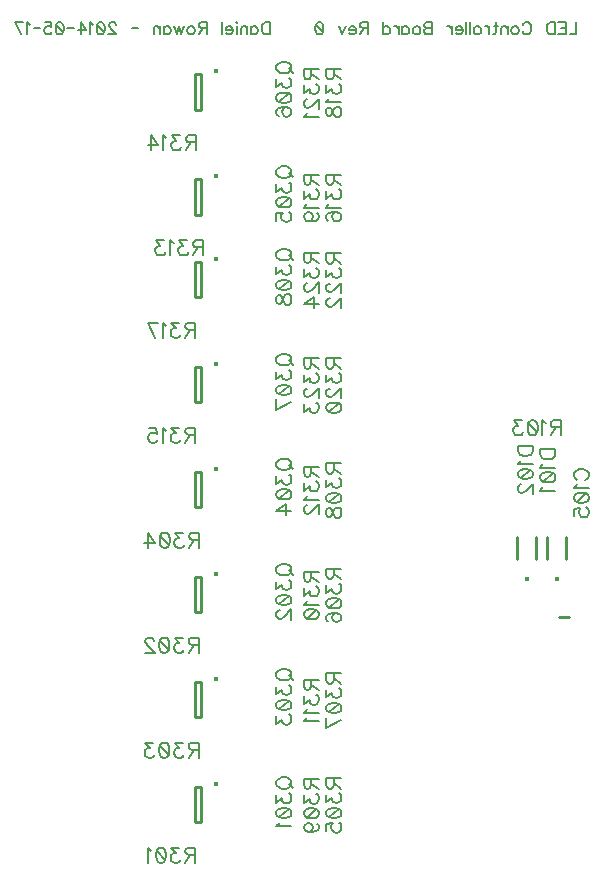
<source format=gbo>
G04 DipTrace 2.3.1.0*
%INBottomSilk.gbr*%
%MOIN*%
%ADD10C,0.0098*%
%ADD23C,0.0157*%
%ADD27C,0.0154*%
%ADD68C,0.0077*%
%ADD69C,0.0062*%
%FSLAX44Y44*%
G04*
G70*
G90*
G75*
G01*
%LNBotSilk*%
%LPD*%
X22847Y13564D2*
D10*
X22533D1*
X22755Y15505D2*
Y16214D1*
X22125Y15505D2*
Y16214D1*
D23*
X22440Y14816D3*
X21755Y15505D2*
D10*
Y16214D1*
X21125Y15505D2*
Y16214D1*
D23*
X21440Y14816D3*
D27*
X11087Y7998D3*
X10586Y7906D2*
D10*
Y6725D1*
X10389D1*
Y7906D1*
X10586D1*
D27*
X11087Y14998D3*
X10586Y14906D2*
D10*
Y13725D1*
X10389D1*
Y14906D1*
X10586D1*
D27*
X11087Y11498D3*
X10586Y11406D2*
D10*
Y10225D1*
X10389D1*
Y11406D1*
X10586D1*
D27*
X11087Y18498D3*
X10586Y18406D2*
D10*
Y17225D1*
X10389D1*
Y18406D1*
X10586D1*
D27*
X11087Y28248D3*
X10586Y28156D2*
D10*
Y26975D1*
X10389D1*
Y28156D1*
X10586D1*
D27*
X11087Y31748D3*
X10586Y31656D2*
D10*
Y30475D1*
X10389D1*
Y31656D1*
X10586D1*
D27*
X11087Y21998D3*
X10586Y21906D2*
D10*
Y20725D1*
X10389D1*
Y21906D1*
X10586D1*
D27*
X11087Y25498D3*
X10586Y25406D2*
D10*
Y24225D1*
X10389D1*
Y25406D1*
X10586D1*
X23130Y18131D2*
D68*
X23083Y18155D1*
X23035Y18203D1*
X23011Y18250D1*
Y18346D1*
X23035Y18394D1*
X23083Y18442D1*
X23130Y18466D1*
X23202Y18490D1*
X23322D1*
X23393Y18466D1*
X23441Y18442D1*
X23489Y18394D1*
X23513Y18346D1*
Y18250D1*
X23489Y18203D1*
X23441Y18155D1*
X23393Y18131D1*
X23107Y17977D2*
X23083Y17929D1*
X23011Y17857D1*
X23513D1*
X23011Y17559D2*
X23035Y17630D1*
X23107Y17678D1*
X23226Y17702D1*
X23298D1*
X23418Y17678D1*
X23490Y17630D1*
X23513Y17559D1*
Y17511D1*
X23490Y17439D1*
X23418Y17392D1*
X23298Y17367D1*
X23226D1*
X23107Y17392D1*
X23035Y17439D1*
X23011Y17511D1*
Y17559D1*
X23107Y17392D2*
X23418Y17678D1*
X23011Y16926D2*
Y17165D1*
X23226Y17189D1*
X23203Y17165D1*
X23178Y17093D1*
Y17022D1*
X23203Y16950D1*
X23250Y16902D1*
X23322Y16878D1*
X23370D1*
X23441Y16902D1*
X23490Y16950D1*
X23513Y17022D1*
Y17093D1*
X23490Y17165D1*
X23465Y17189D1*
X23418Y17213D1*
X21893Y19148D2*
X22395D1*
Y18981D1*
X22371Y18909D1*
X22323Y18861D1*
X22275Y18837D1*
X22204Y18813D1*
X22084D1*
X22012Y18837D1*
X21965Y18861D1*
X21917Y18909D1*
X21893Y18981D1*
Y19148D1*
X21989Y18659D2*
X21965Y18611D1*
X21893Y18539D1*
X22395D1*
X21893Y18241D2*
X21917Y18313D1*
X21989Y18361D1*
X22108Y18384D1*
X22180D1*
X22300Y18361D1*
X22371Y18313D1*
X22395Y18241D1*
Y18193D1*
X22371Y18121D1*
X22300Y18074D1*
X22180Y18050D1*
X22108D1*
X21989Y18074D1*
X21917Y18121D1*
X21893Y18193D1*
Y18241D1*
X21989Y18074D2*
X22300Y18361D1*
X21989Y17895D2*
X21965Y17847D1*
X21893Y17775D1*
X22395D1*
X21143Y19256D2*
X21645D1*
Y19088D1*
X21621Y19016D1*
X21573Y18968D1*
X21525Y18944D1*
X21454Y18921D1*
X21334D1*
X21262Y18944D1*
X21215Y18968D1*
X21167Y19016D1*
X21143Y19088D1*
Y19256D1*
X21239Y18766D2*
X21215Y18718D1*
X21143Y18646D1*
X21645D1*
X21143Y18348D2*
X21167Y18420D1*
X21239Y18468D1*
X21358Y18492D1*
X21430D1*
X21550Y18468D1*
X21621Y18420D1*
X21645Y18348D1*
Y18301D1*
X21621Y18229D1*
X21550Y18181D1*
X21430Y18157D1*
X21358D1*
X21239Y18181D1*
X21167Y18229D1*
X21143Y18301D1*
Y18348D1*
X21239Y18181D2*
X21550Y18468D1*
X21263Y17978D2*
X21239D1*
X21191Y17955D1*
X21167Y17931D1*
X21143Y17883D1*
Y17787D1*
X21167Y17740D1*
X21191Y17716D1*
X21239Y17691D1*
X21287D1*
X21335Y17716D1*
X21406Y17763D1*
X21645Y18003D1*
Y17668D1*
X13096Y8075D2*
X13119Y8122D1*
X13167Y8170D1*
X13215Y8194D1*
X13287Y8218D1*
X13406D1*
X13478Y8194D1*
X13526Y8170D1*
X13574Y8122D1*
X13597Y8075D1*
Y7979D1*
X13574Y7931D1*
X13526Y7884D1*
X13478Y7860D1*
X13406Y7835D1*
X13287D1*
X13215Y7860D1*
X13167Y7884D1*
X13119Y7931D1*
X13096Y7979D1*
Y8075D1*
X13502Y8003D2*
X13645Y7860D1*
X13096Y7633D2*
Y7370D1*
X13287Y7514D1*
Y7442D1*
X13311Y7394D1*
X13335Y7370D1*
X13407Y7346D1*
X13454D1*
X13526Y7370D1*
X13574Y7418D1*
X13598Y7490D1*
Y7562D1*
X13574Y7633D1*
X13550Y7657D1*
X13502Y7681D1*
X13096Y7048D2*
X13120Y7120D1*
X13192Y7168D1*
X13311Y7192D1*
X13383D1*
X13502Y7168D1*
X13574Y7120D1*
X13598Y7048D1*
Y7001D1*
X13574Y6929D1*
X13502Y6881D1*
X13383Y6857D1*
X13311D1*
X13192Y6881D1*
X13120Y6929D1*
X13096Y7001D1*
Y7048D1*
X13192Y6881D2*
X13502Y7168D1*
X13192Y6702D2*
X13167Y6654D1*
X13096Y6582D1*
X13598D1*
X13096Y15182D2*
X13119Y15230D1*
X13167Y15278D1*
X13215Y15302D1*
X13287Y15326D1*
X13406D1*
X13478Y15302D1*
X13526Y15278D1*
X13574Y15230D1*
X13597Y15182D1*
Y15087D1*
X13574Y15039D1*
X13526Y14991D1*
X13478Y14967D1*
X13406Y14943D1*
X13287D1*
X13215Y14967D1*
X13167Y14991D1*
X13119Y15039D1*
X13096Y15087D1*
Y15182D1*
X13502Y15110D2*
X13645Y14967D1*
X13096Y14740D2*
Y14478D1*
X13287Y14621D1*
Y14549D1*
X13311Y14502D1*
X13335Y14478D1*
X13407Y14454D1*
X13454D1*
X13526Y14478D1*
X13574Y14525D1*
X13598Y14597D1*
Y14669D1*
X13574Y14740D1*
X13550Y14764D1*
X13502Y14789D1*
X13096Y14156D2*
X13120Y14227D1*
X13192Y14275D1*
X13311Y14299D1*
X13383D1*
X13502Y14275D1*
X13574Y14227D1*
X13598Y14156D1*
Y14108D1*
X13574Y14036D1*
X13502Y13989D1*
X13383Y13964D1*
X13311D1*
X13192Y13989D1*
X13120Y14036D1*
X13096Y14108D1*
Y14156D1*
X13192Y13989D2*
X13502Y14275D1*
X13215Y13786D2*
X13192D1*
X13144Y13762D1*
X13120Y13738D1*
X13096Y13690D1*
Y13594D1*
X13120Y13547D1*
X13144Y13523D1*
X13192Y13499D1*
X13239D1*
X13287Y13523D1*
X13359Y13571D1*
X13598Y13810D1*
Y13475D1*
X13096Y11682D2*
X13119Y11730D1*
X13167Y11778D1*
X13215Y11802D1*
X13287Y11826D1*
X13406D1*
X13478Y11802D1*
X13526Y11778D1*
X13574Y11730D1*
X13597Y11682D1*
Y11587D1*
X13574Y11539D1*
X13526Y11491D1*
X13478Y11467D1*
X13406Y11443D1*
X13287D1*
X13215Y11467D1*
X13167Y11491D1*
X13119Y11539D1*
X13096Y11587D1*
Y11682D1*
X13502Y11610D2*
X13645Y11467D1*
X13096Y11240D2*
Y10978D1*
X13287Y11121D1*
Y11049D1*
X13311Y11002D1*
X13335Y10978D1*
X13407Y10954D1*
X13454D1*
X13526Y10978D1*
X13574Y11025D1*
X13598Y11097D1*
Y11169D1*
X13574Y11240D1*
X13550Y11264D1*
X13502Y11289D1*
X13096Y10656D2*
X13120Y10727D1*
X13192Y10775D1*
X13311Y10799D1*
X13383D1*
X13502Y10775D1*
X13574Y10727D1*
X13598Y10656D1*
Y10608D1*
X13574Y10536D1*
X13502Y10489D1*
X13383Y10464D1*
X13311D1*
X13192Y10489D1*
X13120Y10536D1*
X13096Y10608D1*
Y10656D1*
X13192Y10489D2*
X13502Y10775D1*
X13096Y10262D2*
Y9999D1*
X13287Y10142D1*
Y10071D1*
X13311Y10023D1*
X13335Y9999D1*
X13407Y9975D1*
X13454D1*
X13526Y9999D1*
X13574Y10047D1*
X13598Y10119D1*
Y10191D1*
X13574Y10262D1*
X13550Y10286D1*
X13502Y10310D1*
X13096Y18694D2*
X13119Y18742D1*
X13167Y18790D1*
X13215Y18814D1*
X13287Y18838D1*
X13406D1*
X13478Y18814D1*
X13526Y18790D1*
X13574Y18742D1*
X13597Y18694D1*
Y18599D1*
X13574Y18550D1*
X13526Y18503D1*
X13478Y18479D1*
X13406Y18455D1*
X13287D1*
X13215Y18479D1*
X13167Y18503D1*
X13119Y18550D1*
X13096Y18599D1*
Y18694D1*
X13502Y18622D2*
X13645Y18479D1*
X13096Y18252D2*
Y17990D1*
X13287Y18133D1*
Y18061D1*
X13311Y18014D1*
X13335Y17990D1*
X13407Y17966D1*
X13454D1*
X13526Y17990D1*
X13574Y18037D1*
X13598Y18109D1*
Y18181D1*
X13574Y18252D1*
X13550Y18276D1*
X13502Y18300D1*
X13096Y17667D2*
X13120Y17739D1*
X13192Y17787D1*
X13311Y17811D1*
X13383D1*
X13502Y17787D1*
X13574Y17739D1*
X13598Y17667D1*
Y17620D1*
X13574Y17548D1*
X13502Y17501D1*
X13383Y17476D1*
X13311D1*
X13192Y17501D1*
X13120Y17548D1*
X13096Y17620D1*
Y17667D1*
X13192Y17501D2*
X13502Y17787D1*
X13598Y17082D2*
X13096D1*
X13430Y17322D1*
Y16963D1*
X13096Y28432D2*
X13119Y28480D1*
X13167Y28528D1*
X13215Y28552D1*
X13287Y28576D1*
X13406D1*
X13478Y28552D1*
X13526Y28528D1*
X13574Y28480D1*
X13597Y28432D1*
Y28337D1*
X13574Y28289D1*
X13526Y28241D1*
X13478Y28217D1*
X13406Y28193D1*
X13287D1*
X13215Y28217D1*
X13167Y28241D1*
X13119Y28289D1*
X13096Y28337D1*
Y28432D1*
X13502Y28360D2*
X13645Y28217D1*
X13096Y27990D2*
Y27728D1*
X13287Y27871D1*
Y27799D1*
X13311Y27752D1*
X13335Y27728D1*
X13407Y27704D1*
X13454D1*
X13526Y27728D1*
X13574Y27775D1*
X13598Y27847D1*
Y27919D1*
X13574Y27990D1*
X13550Y28014D1*
X13502Y28039D1*
X13096Y27406D2*
X13120Y27477D1*
X13192Y27525D1*
X13311Y27549D1*
X13383D1*
X13502Y27525D1*
X13574Y27477D1*
X13598Y27406D1*
Y27358D1*
X13574Y27286D1*
X13502Y27239D1*
X13383Y27214D1*
X13311D1*
X13192Y27239D1*
X13120Y27286D1*
X13096Y27358D1*
Y27406D1*
X13192Y27239D2*
X13502Y27525D1*
X13096Y26773D2*
Y27012D1*
X13311Y27036D1*
X13287Y27012D1*
X13263Y26940D1*
Y26869D1*
X13287Y26797D1*
X13335Y26749D1*
X13407Y26725D1*
X13454D1*
X13526Y26749D1*
X13574Y26797D1*
X13598Y26869D1*
Y26940D1*
X13574Y27012D1*
X13550Y27036D1*
X13502Y27060D1*
X13096Y31920D2*
X13119Y31968D1*
X13167Y32016D1*
X13215Y32039D1*
X13287Y32064D1*
X13406D1*
X13478Y32039D1*
X13526Y32016D1*
X13574Y31968D1*
X13597Y31920D1*
Y31824D1*
X13574Y31776D1*
X13526Y31729D1*
X13478Y31705D1*
X13406Y31681D1*
X13287D1*
X13215Y31705D1*
X13167Y31729D1*
X13119Y31776D1*
X13096Y31824D1*
Y31920D1*
X13502Y31848D2*
X13645Y31705D1*
X13096Y31478D2*
Y31216D1*
X13287Y31359D1*
Y31287D1*
X13311Y31240D1*
X13335Y31216D1*
X13407Y31191D1*
X13454D1*
X13526Y31216D1*
X13574Y31263D1*
X13598Y31335D1*
Y31407D1*
X13574Y31478D1*
X13550Y31502D1*
X13502Y31526D1*
X13096Y30893D2*
X13120Y30965D1*
X13192Y31013D1*
X13311Y31037D1*
X13383D1*
X13502Y31013D1*
X13574Y30965D1*
X13598Y30893D1*
Y30846D1*
X13574Y30774D1*
X13502Y30726D1*
X13383Y30702D1*
X13311D1*
X13192Y30726D1*
X13120Y30774D1*
X13096Y30846D1*
Y30893D1*
X13192Y30726D2*
X13502Y31013D1*
X13167Y30261D2*
X13120Y30285D1*
X13096Y30357D1*
Y30404D1*
X13120Y30476D1*
X13192Y30524D1*
X13311Y30548D1*
X13430D1*
X13526Y30524D1*
X13574Y30476D1*
X13598Y30404D1*
Y30380D1*
X13574Y30309D1*
X13526Y30261D1*
X13454Y30237D1*
X13430D1*
X13359Y30261D1*
X13311Y30309D1*
X13287Y30380D1*
Y30404D1*
X13311Y30476D1*
X13359Y30524D1*
X13430Y30548D1*
X13096Y22182D2*
X13119Y22230D1*
X13167Y22278D1*
X13215Y22302D1*
X13287Y22326D1*
X13406D1*
X13478Y22302D1*
X13526Y22278D1*
X13574Y22230D1*
X13597Y22182D1*
Y22087D1*
X13574Y22039D1*
X13526Y21991D1*
X13478Y21967D1*
X13406Y21943D1*
X13287D1*
X13215Y21967D1*
X13167Y21991D1*
X13119Y22039D1*
X13096Y22087D1*
Y22182D1*
X13502Y22110D2*
X13645Y21967D1*
X13096Y21740D2*
Y21478D1*
X13287Y21621D1*
Y21549D1*
X13311Y21502D1*
X13335Y21478D1*
X13407Y21454D1*
X13454D1*
X13526Y21478D1*
X13574Y21525D1*
X13598Y21597D1*
Y21669D1*
X13574Y21740D1*
X13550Y21764D1*
X13502Y21789D1*
X13096Y21156D2*
X13120Y21227D1*
X13192Y21275D1*
X13311Y21299D1*
X13383D1*
X13502Y21275D1*
X13574Y21227D1*
X13598Y21156D1*
Y21108D1*
X13574Y21036D1*
X13502Y20989D1*
X13383Y20964D1*
X13311D1*
X13192Y20989D1*
X13120Y21036D1*
X13096Y21108D1*
Y21156D1*
X13192Y20989D2*
X13502Y21275D1*
X13598Y20714D2*
X13096Y20475D1*
Y20810D1*
Y25682D2*
X13119Y25730D1*
X13167Y25778D1*
X13215Y25801D1*
X13287Y25826D1*
X13406D1*
X13478Y25801D1*
X13526Y25778D1*
X13574Y25730D1*
X13597Y25682D1*
Y25586D1*
X13574Y25538D1*
X13526Y25491D1*
X13478Y25467D1*
X13406Y25443D1*
X13287D1*
X13215Y25467D1*
X13167Y25491D1*
X13119Y25538D1*
X13096Y25586D1*
Y25682D1*
X13502Y25610D2*
X13645Y25467D1*
X13096Y25240D2*
Y24978D1*
X13287Y25121D1*
Y25049D1*
X13311Y25001D1*
X13335Y24978D1*
X13407Y24953D1*
X13454D1*
X13526Y24978D1*
X13574Y25025D1*
X13598Y25097D1*
Y25169D1*
X13574Y25240D1*
X13550Y25264D1*
X13502Y25288D1*
X13096Y24655D2*
X13120Y24727D1*
X13192Y24775D1*
X13311Y24799D1*
X13383D1*
X13502Y24775D1*
X13574Y24727D1*
X13598Y24655D1*
Y24608D1*
X13574Y24536D1*
X13502Y24488D1*
X13383Y24464D1*
X13311D1*
X13192Y24488D1*
X13120Y24536D1*
X13096Y24608D1*
Y24655D1*
X13192Y24488D2*
X13502Y24775D1*
X13096Y24190D2*
X13120Y24262D1*
X13167Y24286D1*
X13215D1*
X13263Y24262D1*
X13287Y24214D1*
X13311Y24118D1*
X13335Y24047D1*
X13383Y23999D1*
X13430Y23975D1*
X13502D1*
X13550Y23999D1*
X13574Y24023D1*
X13598Y24095D1*
Y24190D1*
X13574Y24262D1*
X13550Y24286D1*
X13502Y24310D1*
X13430D1*
X13383Y24286D1*
X13335Y24238D1*
X13311Y24166D1*
X13287Y24071D1*
X13263Y24023D1*
X13215Y23999D1*
X13167D1*
X13120Y24023D1*
X13096Y24095D1*
Y24190D1*
X22569Y19880D2*
X22354D1*
X22282Y19904D1*
X22257Y19928D1*
X22234Y19975D1*
Y20023D1*
X22257Y20071D1*
X22282Y20095D1*
X22354Y20119D1*
X22569D1*
Y19617D1*
X22401Y19880D2*
X22234Y19617D1*
X22079Y20023D2*
X22031Y20047D1*
X21959Y20119D1*
Y19617D1*
X21661Y20119D2*
X21733Y20095D1*
X21781Y20023D1*
X21805Y19904D1*
Y19832D1*
X21781Y19712D1*
X21733Y19640D1*
X21661Y19617D1*
X21614D1*
X21542Y19640D1*
X21494Y19712D1*
X21470Y19832D1*
Y19904D1*
X21494Y20023D1*
X21542Y20095D1*
X21614Y20119D1*
X21661D1*
X21494Y20023D2*
X21781Y19712D1*
X21268Y20119D2*
X21005D1*
X21148Y19927D1*
X21076D1*
X21029Y19904D1*
X21005Y19880D1*
X20981Y19808D1*
Y19760D1*
X21005Y19689D1*
X21053Y19640D1*
X21124Y19617D1*
X21196D1*
X21268Y19640D1*
X21291Y19665D1*
X21316Y19712D1*
X10399Y5630D2*
X10184D1*
X10112Y5654D1*
X10088Y5678D1*
X10064Y5725D1*
Y5773D1*
X10088Y5821D1*
X10112Y5845D1*
X10184Y5869D1*
X10399D1*
Y5367D1*
X10232Y5630D2*
X10064Y5367D1*
X9862Y5869D2*
X9599D1*
X9743Y5677D1*
X9671D1*
X9623Y5654D1*
X9599Y5630D1*
X9575Y5558D1*
Y5510D1*
X9599Y5439D1*
X9647Y5390D1*
X9719Y5367D1*
X9791D1*
X9862Y5390D1*
X9886Y5415D1*
X9910Y5462D1*
X9277Y5869D2*
X9349Y5845D1*
X9397Y5773D1*
X9421Y5654D1*
Y5582D1*
X9397Y5462D1*
X9349Y5390D1*
X9277Y5367D1*
X9229D1*
X9158Y5390D1*
X9110Y5462D1*
X9086Y5582D1*
Y5654D1*
X9110Y5773D1*
X9158Y5845D1*
X9229Y5869D1*
X9277D1*
X9110Y5773D2*
X9397Y5462D1*
X8931Y5773D2*
X8883Y5797D1*
X8811Y5869D1*
Y5367D1*
X10507Y12630D2*
X10292D1*
X10220Y12654D1*
X10196Y12678D1*
X10172Y12725D1*
Y12773D1*
X10196Y12821D1*
X10220Y12845D1*
X10292Y12869D1*
X10507D1*
Y12367D1*
X10339Y12630D2*
X10172Y12367D1*
X9969Y12869D2*
X9707D1*
X9850Y12677D1*
X9778D1*
X9731Y12654D1*
X9707Y12630D1*
X9683Y12558D1*
Y12510D1*
X9707Y12439D1*
X9754Y12390D1*
X9826Y12367D1*
X9898D1*
X9969Y12390D1*
X9993Y12415D1*
X10017Y12462D1*
X9384Y12869D2*
X9456Y12845D1*
X9504Y12773D1*
X9528Y12654D1*
Y12582D1*
X9504Y12462D1*
X9456Y12390D1*
X9384Y12367D1*
X9337D1*
X9265Y12390D1*
X9218Y12462D1*
X9193Y12582D1*
Y12654D1*
X9218Y12773D1*
X9265Y12845D1*
X9337Y12869D1*
X9384D1*
X9218Y12773D2*
X9504Y12462D1*
X9015Y12749D2*
Y12773D1*
X8991Y12821D1*
X8967Y12845D1*
X8919Y12869D1*
X8823D1*
X8776Y12845D1*
X8752Y12821D1*
X8728Y12773D1*
Y12725D1*
X8752Y12677D1*
X8800Y12606D1*
X9039Y12367D1*
X8704D1*
X10507Y9130D2*
X10292D1*
X10220Y9154D1*
X10196Y9178D1*
X10172Y9225D1*
Y9273D1*
X10196Y9321D1*
X10220Y9345D1*
X10292Y9369D1*
X10507D1*
Y8867D1*
X10339Y9130D2*
X10172Y8867D1*
X9969Y9369D2*
X9707D1*
X9850Y9177D1*
X9778D1*
X9731Y9154D1*
X9707Y9130D1*
X9683Y9058D1*
Y9010D1*
X9707Y8939D1*
X9754Y8890D1*
X9826Y8867D1*
X9898D1*
X9969Y8890D1*
X9993Y8915D1*
X10017Y8962D1*
X9384Y9369D2*
X9456Y9345D1*
X9504Y9273D1*
X9528Y9154D1*
Y9082D1*
X9504Y8962D1*
X9456Y8890D1*
X9384Y8867D1*
X9337D1*
X9265Y8890D1*
X9218Y8962D1*
X9193Y9082D1*
Y9154D1*
X9218Y9273D1*
X9265Y9345D1*
X9337Y9369D1*
X9384D1*
X9218Y9273D2*
X9504Y8962D1*
X8991Y9369D2*
X8728D1*
X8871Y9177D1*
X8800D1*
X8752Y9154D1*
X8728Y9130D1*
X8704Y9058D1*
Y9010D1*
X8728Y8939D1*
X8776Y8890D1*
X8848Y8867D1*
X8919D1*
X8991Y8890D1*
X9015Y8915D1*
X9039Y8962D1*
X10519Y16130D2*
X10304D1*
X10232Y16154D1*
X10208Y16178D1*
X10184Y16225D1*
Y16273D1*
X10208Y16321D1*
X10232Y16345D1*
X10304Y16369D1*
X10519D1*
Y15867D1*
X10351Y16130D2*
X10184Y15867D1*
X9981Y16369D2*
X9719D1*
X9862Y16177D1*
X9790D1*
X9743Y16154D1*
X9719Y16130D1*
X9694Y16058D1*
Y16010D1*
X9719Y15939D1*
X9766Y15890D1*
X9838Y15867D1*
X9910D1*
X9981Y15890D1*
X10005Y15915D1*
X10029Y15962D1*
X9396Y16369D2*
X9468Y16345D1*
X9516Y16273D1*
X9540Y16154D1*
Y16082D1*
X9516Y15962D1*
X9468Y15890D1*
X9396Y15867D1*
X9349D1*
X9277Y15890D1*
X9229Y15962D1*
X9205Y16082D1*
Y16154D1*
X9229Y16273D1*
X9277Y16345D1*
X9349Y16369D1*
X9396D1*
X9229Y16273D2*
X9516Y15962D1*
X8811Y15867D2*
Y16369D1*
X9051Y16034D1*
X8692D1*
X15000Y8176D2*
Y7961D1*
X14976Y7889D1*
X14952Y7865D1*
X14905Y7841D1*
X14857D1*
X14809Y7865D1*
X14785Y7889D1*
X14761Y7961D1*
Y8176D1*
X15263D1*
X15000Y8009D2*
X15263Y7841D1*
X14761Y7639D2*
Y7376D1*
X14953Y7519D1*
Y7447D1*
X14976Y7400D1*
X15000Y7376D1*
X15072Y7352D1*
X15120D1*
X15191Y7376D1*
X15240Y7424D1*
X15263Y7496D1*
Y7567D1*
X15240Y7639D1*
X15215Y7662D1*
X15168Y7687D1*
X14761Y7054D2*
X14785Y7126D1*
X14857Y7174D1*
X14976Y7197D1*
X15048D1*
X15168Y7174D1*
X15240Y7126D1*
X15263Y7054D1*
Y7006D1*
X15240Y6934D1*
X15168Y6887D1*
X15048Y6863D1*
X14976D1*
X14857Y6887D1*
X14785Y6934D1*
X14761Y7006D1*
Y7054D1*
X14857Y6887D2*
X15168Y7174D1*
X14761Y6421D2*
Y6660D1*
X14976Y6684D1*
X14953Y6660D1*
X14928Y6588D1*
Y6517D1*
X14953Y6445D1*
X15000Y6397D1*
X15072Y6373D1*
X15120D1*
X15191Y6397D1*
X15240Y6445D1*
X15263Y6517D1*
Y6588D1*
X15240Y6660D1*
X15215Y6684D1*
X15168Y6708D1*
X15000Y15164D2*
Y14949D1*
X14976Y14877D1*
X14952Y14853D1*
X14905Y14829D1*
X14857D1*
X14809Y14853D1*
X14785Y14877D1*
X14761Y14949D1*
Y15164D1*
X15263D1*
X15000Y14996D2*
X15263Y14829D1*
X14761Y14627D2*
Y14364D1*
X14953Y14507D1*
Y14435D1*
X14976Y14388D1*
X15000Y14364D1*
X15072Y14340D1*
X15120D1*
X15191Y14364D1*
X15240Y14412D1*
X15263Y14483D1*
Y14555D1*
X15240Y14627D1*
X15215Y14650D1*
X15168Y14675D1*
X14761Y14042D2*
X14785Y14113D1*
X14857Y14162D1*
X14976Y14185D1*
X15048D1*
X15168Y14162D1*
X15240Y14113D1*
X15263Y14042D1*
Y13994D1*
X15240Y13922D1*
X15168Y13875D1*
X15048Y13850D1*
X14976D1*
X14857Y13875D1*
X14785Y13922D1*
X14761Y13994D1*
Y14042D1*
X14857Y13875D2*
X15168Y14162D1*
X14833Y13409D2*
X14785Y13433D1*
X14761Y13505D1*
Y13552D1*
X14785Y13624D1*
X14857Y13672D1*
X14976Y13696D1*
X15096D1*
X15191Y13672D1*
X15240Y13624D1*
X15263Y13552D1*
Y13528D1*
X15240Y13457D1*
X15191Y13409D1*
X15120Y13385D1*
X15096D1*
X15024Y13409D1*
X14976Y13457D1*
X14953Y13528D1*
Y13552D1*
X14976Y13624D1*
X15024Y13672D1*
X15096Y13696D1*
X15000Y11676D2*
Y11461D1*
X14976Y11389D1*
X14952Y11365D1*
X14905Y11341D1*
X14857D1*
X14809Y11365D1*
X14785Y11389D1*
X14761Y11461D1*
Y11676D1*
X15263D1*
X15000Y11509D2*
X15263Y11341D1*
X14761Y11139D2*
Y10876D1*
X14953Y11019D1*
Y10947D1*
X14976Y10900D1*
X15000Y10876D1*
X15072Y10852D1*
X15120D1*
X15191Y10876D1*
X15240Y10924D1*
X15263Y10996D1*
Y11067D1*
X15240Y11139D1*
X15215Y11162D1*
X15168Y11187D1*
X14761Y10554D2*
X14785Y10626D1*
X14857Y10674D1*
X14976Y10697D1*
X15048D1*
X15168Y10674D1*
X15240Y10626D1*
X15263Y10554D1*
Y10506D1*
X15240Y10434D1*
X15168Y10387D1*
X15048Y10363D1*
X14976D1*
X14857Y10387D1*
X14785Y10434D1*
X14761Y10506D1*
Y10554D1*
X14857Y10387D2*
X15168Y10674D1*
X15263Y10113D2*
X14761Y9873D1*
Y10208D1*
X15000Y18676D2*
Y18461D1*
X14976Y18389D1*
X14952Y18365D1*
X14905Y18341D1*
X14857D1*
X14809Y18365D1*
X14785Y18389D1*
X14761Y18461D1*
Y18676D1*
X15263D1*
X15000Y18508D2*
X15263Y18341D1*
X14761Y18138D2*
Y17876D1*
X14953Y18019D1*
Y17947D1*
X14976Y17900D1*
X15000Y17876D1*
X15072Y17852D1*
X15120D1*
X15191Y17876D1*
X15240Y17923D1*
X15263Y17995D1*
Y18067D1*
X15240Y18138D1*
X15215Y18162D1*
X15168Y18186D1*
X14761Y17553D2*
X14785Y17625D1*
X14857Y17673D1*
X14976Y17697D1*
X15048D1*
X15168Y17673D1*
X15240Y17625D1*
X15263Y17553D1*
Y17506D1*
X15240Y17434D1*
X15168Y17387D1*
X15048Y17362D1*
X14976D1*
X14857Y17387D1*
X14785Y17434D1*
X14761Y17506D1*
Y17553D1*
X14857Y17387D2*
X15168Y17673D1*
X14761Y17088D2*
X14785Y17160D1*
X14833Y17184D1*
X14881D1*
X14928Y17160D1*
X14953Y17112D1*
X14976Y17017D1*
X15000Y16945D1*
X15048Y16897D1*
X15096Y16873D1*
X15168D1*
X15215Y16897D1*
X15240Y16921D1*
X15263Y16993D1*
Y17088D1*
X15240Y17160D1*
X15215Y17184D1*
X15168Y17208D1*
X15096D1*
X15048Y17184D1*
X15000Y17136D1*
X14976Y17065D1*
X14953Y16969D1*
X14928Y16921D1*
X14881Y16897D1*
X14833D1*
X14785Y16921D1*
X14761Y16993D1*
Y17088D1*
X14250Y8164D2*
Y7949D1*
X14226Y7877D1*
X14202Y7853D1*
X14155Y7829D1*
X14107D1*
X14059Y7853D1*
X14035Y7877D1*
X14011Y7949D1*
Y8164D1*
X14513D1*
X14250Y7997D2*
X14513Y7829D1*
X14011Y7627D2*
Y7364D1*
X14203Y7507D1*
Y7436D1*
X14226Y7388D1*
X14250Y7364D1*
X14322Y7340D1*
X14370D1*
X14441Y7364D1*
X14490Y7412D1*
X14513Y7484D1*
Y7556D1*
X14490Y7627D1*
X14465Y7651D1*
X14418Y7675D1*
X14011Y7042D2*
X14035Y7114D1*
X14107Y7162D1*
X14226Y7186D1*
X14298D1*
X14418Y7162D1*
X14490Y7114D1*
X14513Y7042D1*
Y6994D1*
X14490Y6922D1*
X14418Y6875D1*
X14298Y6851D1*
X14226D1*
X14107Y6875D1*
X14035Y6922D1*
X14011Y6994D1*
Y7042D1*
X14107Y6875D2*
X14418Y7162D1*
X14178Y6385D2*
X14250Y6409D1*
X14298Y6457D1*
X14322Y6529D1*
Y6553D1*
X14298Y6624D1*
X14250Y6672D1*
X14178Y6696D1*
X14155D1*
X14083Y6672D1*
X14035Y6624D1*
X14011Y6553D1*
Y6529D1*
X14035Y6457D1*
X14083Y6409D1*
X14178Y6385D1*
X14298D1*
X14418Y6409D1*
X14490Y6457D1*
X14513Y6529D1*
Y6576D1*
X14490Y6648D1*
X14441Y6672D1*
X14250Y15069D2*
Y14854D1*
X14226Y14782D1*
X14202Y14757D1*
X14155Y14734D1*
X14107D1*
X14059Y14757D1*
X14035Y14782D1*
X14011Y14854D1*
Y15069D1*
X14513D1*
X14250Y14901D2*
X14513Y14734D1*
X14011Y14531D2*
Y14269D1*
X14203Y14412D1*
Y14340D1*
X14226Y14292D1*
X14250Y14269D1*
X14322Y14244D1*
X14370D1*
X14441Y14269D1*
X14490Y14316D1*
X14513Y14388D1*
Y14460D1*
X14490Y14531D1*
X14465Y14555D1*
X14418Y14579D1*
X14107Y14090D2*
X14083Y14042D1*
X14011Y13970D1*
X14513D1*
X14011Y13672D2*
X14035Y13744D1*
X14107Y13792D1*
X14226Y13816D1*
X14298D1*
X14418Y13792D1*
X14490Y13744D1*
X14513Y13672D1*
Y13624D1*
X14490Y13553D1*
X14418Y13505D1*
X14298Y13481D1*
X14226D1*
X14107Y13505D1*
X14035Y13553D1*
X14011Y13624D1*
Y13672D1*
X14107Y13505D2*
X14418Y13792D1*
X14250Y11461D2*
Y11246D1*
X14226Y11174D1*
X14202Y11150D1*
X14155Y11126D1*
X14107D1*
X14059Y11150D1*
X14035Y11174D1*
X14011Y11246D1*
Y11461D1*
X14513D1*
X14250Y11294D2*
X14513Y11126D1*
X14011Y10924D2*
Y10661D1*
X14203Y10804D1*
Y10732D1*
X14226Y10685D1*
X14250Y10661D1*
X14322Y10637D1*
X14370D1*
X14441Y10661D1*
X14490Y10709D1*
X14513Y10781D1*
Y10852D1*
X14490Y10924D1*
X14465Y10947D1*
X14418Y10972D1*
X14107Y10482D2*
X14083Y10434D1*
X14011Y10363D1*
X14513D1*
X14107Y10208D2*
X14083Y10160D1*
X14011Y10088D1*
X14513D1*
X14250Y18569D2*
Y18354D1*
X14226Y18282D1*
X14202Y18257D1*
X14155Y18234D1*
X14107D1*
X14059Y18257D1*
X14035Y18282D1*
X14011Y18354D1*
Y18569D1*
X14513D1*
X14250Y18401D2*
X14513Y18234D1*
X14011Y18031D2*
Y17769D1*
X14203Y17912D1*
Y17840D1*
X14226Y17792D1*
X14250Y17769D1*
X14322Y17744D1*
X14370D1*
X14441Y17769D1*
X14490Y17816D1*
X14513Y17888D1*
Y17960D1*
X14490Y18031D1*
X14465Y18055D1*
X14418Y18079D1*
X14107Y17590D2*
X14083Y17542D1*
X14011Y17470D1*
X14513D1*
X14131Y17291D2*
X14107D1*
X14059Y17268D1*
X14035Y17244D1*
X14011Y17196D1*
Y17100D1*
X14035Y17053D1*
X14059Y17029D1*
X14107Y17004D1*
X14155D1*
X14203Y17029D1*
X14274Y17076D1*
X14513Y17316D1*
Y16981D1*
X10649Y25880D2*
X10434D1*
X10362Y25904D1*
X10338Y25928D1*
X10314Y25975D1*
Y26023D1*
X10338Y26071D1*
X10362Y26095D1*
X10434Y26119D1*
X10649D1*
Y25617D1*
X10482Y25880D2*
X10314Y25617D1*
X10112Y26119D2*
X9849D1*
X9993Y25927D1*
X9921D1*
X9873Y25904D1*
X9849Y25880D1*
X9825Y25808D1*
Y25760D1*
X9849Y25689D1*
X9897Y25640D1*
X9969Y25617D1*
X10041D1*
X10112Y25640D1*
X10136Y25665D1*
X10160Y25712D1*
X9671Y26023D2*
X9623Y26047D1*
X9551Y26119D1*
Y25617D1*
X9348Y26119D2*
X9086D1*
X9229Y25927D1*
X9157D1*
X9109Y25904D1*
X9086Y25880D1*
X9061Y25808D1*
Y25760D1*
X9086Y25689D1*
X9133Y25640D1*
X9205Y25617D1*
X9277D1*
X9348Y25640D1*
X9372Y25665D1*
X9396Y25712D1*
X10411Y29380D2*
X10196D1*
X10124Y29404D1*
X10100Y29428D1*
X10076Y29475D1*
Y29523D1*
X10100Y29571D1*
X10124Y29595D1*
X10196Y29619D1*
X10411D1*
Y29117D1*
X10244Y29380D2*
X10076Y29117D1*
X9874Y29619D2*
X9611D1*
X9754Y29427D1*
X9683D1*
X9635Y29404D1*
X9611Y29380D1*
X9587Y29308D1*
Y29260D1*
X9611Y29189D1*
X9659Y29140D1*
X9731Y29117D1*
X9802D1*
X9874Y29140D1*
X9898Y29165D1*
X9922Y29212D1*
X9433Y29523D2*
X9384Y29547D1*
X9313Y29619D1*
Y29117D1*
X8919D2*
Y29619D1*
X9158Y29284D1*
X8800D1*
X10399Y19630D2*
X10184D1*
X10112Y19654D1*
X10088Y19678D1*
X10064Y19725D1*
Y19773D1*
X10088Y19821D1*
X10112Y19845D1*
X10184Y19869D1*
X10399D1*
Y19367D1*
X10232Y19630D2*
X10064Y19367D1*
X9862Y19869D2*
X9599D1*
X9743Y19677D1*
X9671D1*
X9623Y19654D1*
X9599Y19630D1*
X9575Y19558D1*
Y19510D1*
X9599Y19439D1*
X9647Y19390D1*
X9719Y19367D1*
X9791D1*
X9862Y19390D1*
X9886Y19415D1*
X9910Y19462D1*
X9421Y19773D2*
X9373Y19797D1*
X9301Y19869D1*
Y19367D1*
X8859Y19869D2*
X9098D1*
X9122Y19654D1*
X9098Y19677D1*
X9026Y19702D1*
X8955D1*
X8883Y19677D1*
X8835Y19630D1*
X8811Y19558D1*
Y19510D1*
X8835Y19439D1*
X8883Y19390D1*
X8955Y19367D1*
X9026D1*
X9098Y19390D1*
X9122Y19415D1*
X9146Y19462D1*
X15000Y28306D2*
Y28091D1*
X14976Y28020D1*
X14952Y27995D1*
X14905Y27972D1*
X14857D1*
X14809Y27995D1*
X14785Y28020D1*
X14761Y28091D1*
Y28306D1*
X15263D1*
X15000Y28139D2*
X15263Y27972D1*
X14761Y27769D2*
Y27507D1*
X14953Y27650D1*
Y27578D1*
X14976Y27530D1*
X15000Y27507D1*
X15072Y27482D1*
X15120D1*
X15191Y27507D1*
X15240Y27554D1*
X15263Y27626D1*
Y27698D1*
X15240Y27769D1*
X15215Y27793D1*
X15168Y27817D1*
X14857Y27328D2*
X14833Y27280D1*
X14761Y27208D1*
X15263D1*
X14833Y26767D2*
X14785Y26790D1*
X14761Y26862D1*
Y26910D1*
X14785Y26982D1*
X14857Y27030D1*
X14976Y27053D1*
X15096D1*
X15191Y27030D1*
X15240Y26982D1*
X15263Y26910D1*
Y26886D1*
X15240Y26815D1*
X15191Y26767D1*
X15120Y26743D1*
X15096D1*
X15024Y26767D1*
X14976Y26815D1*
X14953Y26886D1*
Y26910D1*
X14976Y26982D1*
X15024Y27030D1*
X15096Y27053D1*
X10399Y23130D2*
X10184D1*
X10112Y23154D1*
X10088Y23178D1*
X10064Y23225D1*
Y23273D1*
X10088Y23321D1*
X10112Y23345D1*
X10184Y23369D1*
X10399D1*
Y22867D1*
X10232Y23130D2*
X10064Y22867D1*
X9862Y23369D2*
X9599D1*
X9743Y23177D1*
X9671D1*
X9623Y23154D1*
X9599Y23130D1*
X9575Y23058D1*
Y23010D1*
X9599Y22939D1*
X9647Y22890D1*
X9719Y22867D1*
X9791D1*
X9862Y22890D1*
X9886Y22915D1*
X9910Y22962D1*
X9421Y23273D2*
X9373Y23297D1*
X9301Y23369D1*
Y22867D1*
X9051D2*
X8811Y23369D1*
X9146D1*
X15000Y31818D2*
Y31603D1*
X14976Y31531D1*
X14952Y31507D1*
X14905Y31483D1*
X14857D1*
X14809Y31507D1*
X14785Y31531D1*
X14761Y31603D1*
Y31818D1*
X15263D1*
X15000Y31651D2*
X15263Y31483D1*
X14761Y31281D2*
Y31018D1*
X14953Y31162D1*
Y31090D1*
X14976Y31042D1*
X15000Y31018D1*
X15072Y30994D1*
X15120D1*
X15191Y31018D1*
X15240Y31066D1*
X15263Y31138D1*
Y31210D1*
X15240Y31281D1*
X15215Y31305D1*
X15168Y31329D1*
X14857Y30840D2*
X14833Y30792D1*
X14761Y30720D1*
X15263D1*
X14761Y30446D2*
X14785Y30517D1*
X14833Y30542D1*
X14881D1*
X14928Y30517D1*
X14953Y30470D1*
X14976Y30374D1*
X15000Y30302D1*
X15048Y30255D1*
X15096Y30231D1*
X15168D1*
X15215Y30255D1*
X15240Y30278D1*
X15263Y30350D1*
Y30446D1*
X15240Y30517D1*
X15215Y30542D1*
X15168Y30565D1*
X15096D1*
X15048Y30542D1*
X15000Y30493D1*
X14976Y30422D1*
X14953Y30327D1*
X14928Y30278D1*
X14881Y30255D1*
X14833D1*
X14785Y30278D1*
X14761Y30350D1*
Y30446D1*
X14250Y28307D2*
Y28092D1*
X14226Y28020D1*
X14202Y27996D1*
X14155Y27972D1*
X14107D1*
X14059Y27996D1*
X14035Y28020D1*
X14011Y28092D1*
Y28307D1*
X14513D1*
X14250Y28139D2*
X14513Y27972D1*
X14011Y27769D2*
Y27507D1*
X14203Y27650D1*
Y27578D1*
X14226Y27531D1*
X14250Y27507D1*
X14322Y27482D1*
X14370D1*
X14441Y27507D1*
X14490Y27554D1*
X14513Y27626D1*
Y27698D1*
X14490Y27769D1*
X14465Y27793D1*
X14418Y27817D1*
X14107Y27328D2*
X14083Y27280D1*
X14011Y27208D1*
X14513D1*
X14178Y26743D2*
X14250Y26767D1*
X14298Y26814D1*
X14322Y26886D1*
Y26910D1*
X14298Y26982D1*
X14250Y27029D1*
X14178Y27054D1*
X14155D1*
X14083Y27029D1*
X14035Y26982D1*
X14011Y26910D1*
Y26886D1*
X14035Y26814D1*
X14083Y26767D1*
X14178Y26743D1*
X14298D1*
X14418Y26767D1*
X14490Y26814D1*
X14513Y26886D1*
Y26934D1*
X14490Y27006D1*
X14441Y27029D1*
X15000Y22176D2*
Y21961D1*
X14976Y21889D1*
X14952Y21865D1*
X14905Y21841D1*
X14857D1*
X14809Y21865D1*
X14785Y21889D1*
X14761Y21961D1*
Y22176D1*
X15263D1*
X15000Y22009D2*
X15263Y21841D1*
X14761Y21639D2*
Y21376D1*
X14953Y21519D1*
Y21447D1*
X14976Y21400D1*
X15000Y21376D1*
X15072Y21352D1*
X15120D1*
X15191Y21376D1*
X15240Y21424D1*
X15263Y21496D1*
Y21567D1*
X15240Y21639D1*
X15215Y21662D1*
X15168Y21687D1*
X14881Y21173D2*
X14857D1*
X14809Y21149D1*
X14785Y21126D1*
X14761Y21078D1*
Y20982D1*
X14785Y20934D1*
X14809Y20911D1*
X14857Y20886D1*
X14905D1*
X14953Y20911D1*
X15024Y20958D1*
X15263Y21197D1*
Y20863D1*
X14761Y20564D2*
X14785Y20636D1*
X14857Y20684D1*
X14976Y20708D1*
X15048D1*
X15168Y20684D1*
X15240Y20636D1*
X15263Y20564D1*
Y20517D1*
X15240Y20445D1*
X15168Y20398D1*
X15048Y20373D1*
X14976D1*
X14857Y20398D1*
X14785Y20445D1*
X14761Y20517D1*
Y20564D1*
X14857Y20398D2*
X15168Y20684D1*
X14250Y31819D2*
Y31604D1*
X14226Y31532D1*
X14202Y31507D1*
X14155Y31484D1*
X14107D1*
X14059Y31507D1*
X14035Y31532D1*
X14011Y31604D1*
Y31819D1*
X14513D1*
X14250Y31651D2*
X14513Y31484D1*
X14011Y31281D2*
Y31019D1*
X14203Y31162D1*
Y31090D1*
X14226Y31042D1*
X14250Y31019D1*
X14322Y30994D1*
X14370D1*
X14441Y31019D1*
X14490Y31066D1*
X14513Y31138D1*
Y31210D1*
X14490Y31281D1*
X14465Y31305D1*
X14418Y31329D1*
X14131Y30816D2*
X14107D1*
X14059Y30792D1*
X14035Y30768D1*
X14011Y30720D1*
Y30624D1*
X14035Y30577D1*
X14059Y30553D1*
X14107Y30529D1*
X14155D1*
X14203Y30553D1*
X14274Y30601D1*
X14513Y30840D1*
Y30505D1*
X14107Y30351D2*
X14083Y30303D1*
X14011Y30231D1*
X14513D1*
X15000Y25676D2*
Y25461D1*
X14976Y25389D1*
X14952Y25365D1*
X14905Y25341D1*
X14857D1*
X14809Y25365D1*
X14785Y25389D1*
X14761Y25461D1*
Y25676D1*
X15263D1*
X15000Y25509D2*
X15263Y25341D1*
X14761Y25139D2*
Y24876D1*
X14953Y25019D1*
Y24947D1*
X14976Y24900D1*
X15000Y24876D1*
X15072Y24852D1*
X15120D1*
X15191Y24876D1*
X15240Y24924D1*
X15263Y24996D1*
Y25067D1*
X15240Y25139D1*
X15215Y25162D1*
X15168Y25187D1*
X14881Y24673D2*
X14857D1*
X14809Y24649D1*
X14785Y24626D1*
X14761Y24578D1*
Y24482D1*
X14785Y24434D1*
X14809Y24411D1*
X14857Y24386D1*
X14905D1*
X14953Y24411D1*
X15024Y24458D1*
X15263Y24697D1*
Y24363D1*
X14881Y24184D2*
X14857D1*
X14809Y24160D1*
X14785Y24136D1*
X14761Y24088D1*
Y23993D1*
X14785Y23945D1*
X14809Y23921D1*
X14857Y23897D1*
X14905D1*
X14953Y23921D1*
X15024Y23969D1*
X15263Y24208D1*
Y23873D1*
X14250Y22176D2*
Y21961D1*
X14226Y21889D1*
X14202Y21865D1*
X14155Y21841D1*
X14107D1*
X14059Y21865D1*
X14035Y21889D1*
X14011Y21961D1*
Y22176D1*
X14513D1*
X14250Y22009D2*
X14513Y21841D1*
X14011Y21639D2*
Y21376D1*
X14203Y21519D1*
Y21447D1*
X14226Y21400D1*
X14250Y21376D1*
X14322Y21352D1*
X14370D1*
X14441Y21376D1*
X14490Y21424D1*
X14513Y21496D1*
Y21567D1*
X14490Y21639D1*
X14465Y21662D1*
X14418Y21687D1*
X14131Y21173D2*
X14107D1*
X14059Y21149D1*
X14035Y21126D1*
X14011Y21078D1*
Y20982D1*
X14035Y20934D1*
X14059Y20911D1*
X14107Y20886D1*
X14155D1*
X14203Y20911D1*
X14274Y20958D1*
X14513Y21197D1*
Y20863D1*
X14011Y20660D2*
Y20398D1*
X14203Y20541D1*
Y20469D1*
X14226Y20421D1*
X14250Y20398D1*
X14322Y20373D1*
X14370D1*
X14441Y20398D1*
X14490Y20445D1*
X14513Y20517D1*
Y20589D1*
X14490Y20660D1*
X14465Y20684D1*
X14418Y20708D1*
X14250Y25688D2*
Y25473D1*
X14226Y25401D1*
X14202Y25377D1*
X14155Y25353D1*
X14107D1*
X14059Y25377D1*
X14035Y25401D1*
X14011Y25473D1*
Y25688D1*
X14513D1*
X14250Y25521D2*
X14513Y25353D1*
X14011Y25151D2*
Y24888D1*
X14203Y25031D1*
Y24959D1*
X14226Y24912D1*
X14250Y24888D1*
X14322Y24864D1*
X14370D1*
X14441Y24888D1*
X14490Y24936D1*
X14513Y25007D1*
Y25079D1*
X14490Y25151D1*
X14465Y25174D1*
X14418Y25199D1*
X14131Y24685D2*
X14107D1*
X14059Y24661D1*
X14035Y24637D1*
X14011Y24589D1*
Y24494D1*
X14035Y24446D1*
X14059Y24422D1*
X14107Y24398D1*
X14155D1*
X14203Y24422D1*
X14274Y24470D1*
X14513Y24709D1*
Y24374D1*
Y23981D2*
X14011D1*
X14346Y24220D1*
Y23861D1*
X23097Y33382D2*
D69*
Y32980D1*
X22868D1*
X22496Y33382D2*
X22744D1*
Y32980D1*
X22496D1*
X22744Y33190D2*
X22591D1*
X22372Y33382D2*
Y32980D1*
X22238D1*
X22181Y32999D1*
X22142Y33037D1*
X22123Y33076D1*
X22104Y33133D1*
Y33229D1*
X22123Y33286D1*
X22142Y33324D1*
X22181Y33363D1*
X22238Y33382D1*
X22372D1*
X21305Y33286D2*
X21324Y33324D1*
X21363Y33363D1*
X21401Y33382D1*
X21477D1*
X21516Y33363D1*
X21554Y33324D1*
X21573Y33286D1*
X21592Y33229D1*
Y33133D1*
X21573Y33076D1*
X21554Y33037D1*
X21516Y32999D1*
X21477Y32980D1*
X21401D1*
X21363Y32999D1*
X21324Y33037D1*
X21305Y33076D1*
X21086Y33248D2*
X21124Y33229D1*
X21163Y33190D1*
X21182Y33133D1*
Y33095D1*
X21163Y33037D1*
X21124Y32999D1*
X21086Y32980D1*
X21029D1*
X20990Y32999D1*
X20952Y33037D1*
X20933Y33095D1*
Y33133D1*
X20952Y33190D1*
X20990Y33229D1*
X21029Y33248D1*
X21086D1*
X20809D2*
Y32980D1*
Y33171D2*
X20752Y33229D1*
X20713Y33248D1*
X20656D1*
X20618Y33229D1*
X20599Y33171D1*
Y32980D1*
X20418Y33382D2*
Y33056D1*
X20399Y32999D1*
X20360Y32980D1*
X20322D1*
X20475Y33248D2*
X20341D1*
X20199D2*
Y32980D1*
Y33133D2*
X20179Y33190D1*
X20141Y33229D1*
X20103Y33248D1*
X20045D1*
X19826D2*
X19864Y33229D1*
X19903Y33190D1*
X19922Y33133D1*
Y33095D1*
X19903Y33037D1*
X19864Y32999D1*
X19826Y32980D1*
X19769D1*
X19730Y32999D1*
X19692Y33037D1*
X19673Y33095D1*
Y33133D1*
X19692Y33190D1*
X19730Y33229D1*
X19769Y33248D1*
X19826D1*
X19549Y33382D2*
Y32980D1*
X19426Y33382D2*
Y32980D1*
X19302Y33133D2*
X19073D1*
Y33171D1*
X19092Y33210D1*
X19111Y33229D1*
X19149Y33248D1*
X19207D1*
X19245Y33229D1*
X19283Y33190D1*
X19302Y33133D1*
Y33095D1*
X19283Y33037D1*
X19245Y32999D1*
X19207Y32980D1*
X19149D1*
X19111Y32999D1*
X19073Y33037D1*
X18949Y33248D2*
Y32980D1*
Y33133D2*
X18930Y33190D1*
X18892Y33229D1*
X18853Y33248D1*
X18796D1*
X18284Y33382D2*
Y32980D1*
X18111D1*
X18054Y32999D1*
X18035Y33018D1*
X18016Y33056D1*
Y33114D1*
X18035Y33152D1*
X18054Y33171D1*
X18111Y33190D1*
X18054Y33210D1*
X18035Y33229D1*
X18016Y33267D1*
Y33305D1*
X18035Y33343D1*
X18054Y33363D1*
X18111Y33382D1*
X18284D1*
Y33190D2*
X18111D1*
X17797Y33248D2*
X17835Y33229D1*
X17873Y33190D1*
X17892Y33133D1*
Y33095D1*
X17873Y33037D1*
X17835Y32999D1*
X17797Y32980D1*
X17739D1*
X17701Y32999D1*
X17663Y33037D1*
X17643Y33095D1*
Y33133D1*
X17663Y33190D1*
X17701Y33229D1*
X17739Y33248D1*
X17797D1*
X17290D2*
Y32980D1*
Y33190D2*
X17328Y33229D1*
X17367Y33248D1*
X17424D1*
X17462Y33229D1*
X17500Y33190D1*
X17520Y33133D1*
Y33095D1*
X17500Y33037D1*
X17462Y32999D1*
X17424Y32980D1*
X17367D1*
X17328Y32999D1*
X17290Y33037D1*
X17167Y33248D2*
Y32980D1*
Y33133D2*
X17147Y33190D1*
X17109Y33229D1*
X17071Y33248D1*
X17013D1*
X16660Y33382D2*
Y32980D1*
Y33190D2*
X16698Y33229D1*
X16737Y33248D1*
X16794D1*
X16832Y33229D1*
X16871Y33190D1*
X16890Y33133D1*
Y33095D1*
X16871Y33037D1*
X16832Y32999D1*
X16794Y32980D1*
X16737D1*
X16698Y32999D1*
X16660Y33037D1*
X16148Y33190D2*
X15976D1*
X15918Y33210D1*
X15899Y33229D1*
X15880Y33267D1*
Y33305D1*
X15899Y33343D1*
X15918Y33363D1*
X15976Y33382D1*
X16148D1*
Y32980D1*
X16014Y33190D2*
X15880Y32980D1*
X15756Y33133D2*
X15527D1*
Y33171D1*
X15546Y33210D1*
X15565Y33229D1*
X15603Y33248D1*
X15661D1*
X15699Y33229D1*
X15737Y33190D1*
X15756Y33133D1*
Y33095D1*
X15737Y33037D1*
X15699Y32999D1*
X15661Y32980D1*
X15603D1*
X15565Y32999D1*
X15527Y33037D1*
X15403Y33248D2*
X15288Y32980D1*
X15174Y33248D1*
X14547Y33381D2*
X14604Y33362D1*
X14643Y33305D1*
X14662Y33209D1*
Y33152D1*
X14643Y33056D1*
X14604Y32999D1*
X14547Y32980D1*
X14509D1*
X14451Y32999D1*
X14413Y33056D1*
X14394Y33152D1*
Y33209D1*
X14413Y33305D1*
X14451Y33362D1*
X14509Y33381D1*
X14547D1*
X14413Y33305D2*
X14643Y33056D1*
X12874Y33382D2*
Y32980D1*
X12740D1*
X12683Y32999D1*
X12644Y33037D1*
X12625Y33076D1*
X12606Y33133D1*
Y33229D1*
X12625Y33286D1*
X12644Y33324D1*
X12683Y33363D1*
X12740Y33382D1*
X12874D1*
X12253Y33248D2*
Y32980D1*
Y33190D2*
X12291Y33229D1*
X12330Y33248D1*
X12387D1*
X12425Y33229D1*
X12463Y33190D1*
X12483Y33133D1*
Y33095D1*
X12463Y33037D1*
X12425Y32999D1*
X12387Y32980D1*
X12330D1*
X12291Y32999D1*
X12253Y33037D1*
X12130Y33248D2*
Y32980D1*
Y33171D2*
X12072Y33229D1*
X12034Y33248D1*
X11977D1*
X11938Y33229D1*
X11919Y33171D1*
Y32980D1*
X11796Y33382D2*
X11777Y33363D1*
X11757Y33382D1*
X11777Y33401D1*
X11796Y33382D1*
X11777Y33248D2*
Y32980D1*
X11634Y33133D2*
X11404D1*
Y33171D1*
X11423Y33210D1*
X11442Y33229D1*
X11481Y33248D1*
X11538D1*
X11576Y33229D1*
X11615Y33190D1*
X11634Y33133D1*
Y33095D1*
X11615Y33037D1*
X11576Y32999D1*
X11538Y32980D1*
X11481D1*
X11442Y32999D1*
X11404Y33037D1*
X11281Y33382D2*
Y32980D1*
X10769Y33190D2*
X10597D1*
X10539Y33210D1*
X10520Y33229D1*
X10501Y33267D1*
Y33305D1*
X10520Y33343D1*
X10539Y33363D1*
X10597Y33382D1*
X10769D1*
Y32980D1*
X10635Y33190D2*
X10501Y32980D1*
X10282Y33248D2*
X10320Y33229D1*
X10358Y33190D1*
X10377Y33133D1*
Y33095D1*
X10358Y33037D1*
X10320Y32999D1*
X10282Y32980D1*
X10224D1*
X10186Y32999D1*
X10148Y33037D1*
X10128Y33095D1*
Y33133D1*
X10148Y33190D1*
X10186Y33229D1*
X10224Y33248D1*
X10282D1*
X10005D2*
X9928Y32980D1*
X9852Y33248D1*
X9775Y32980D1*
X9699Y33248D1*
X9346D2*
Y32980D1*
Y33190D2*
X9384Y33229D1*
X9422Y33248D1*
X9479D1*
X9518Y33229D1*
X9556Y33190D1*
X9575Y33133D1*
Y33095D1*
X9556Y33037D1*
X9518Y32999D1*
X9479Y32980D1*
X9422D1*
X9384Y32999D1*
X9346Y33037D1*
X9222Y33248D2*
Y32980D1*
Y33171D2*
X9165Y33229D1*
X9126Y33248D1*
X9069D1*
X9031Y33229D1*
X9012Y33171D1*
Y32980D1*
X8499Y33180D2*
X8278D1*
X7747Y33286D2*
Y33305D1*
X7728Y33343D1*
X7709Y33362D1*
X7670Y33381D1*
X7594D1*
X7556Y33362D1*
X7537Y33343D1*
X7517Y33305D1*
Y33267D1*
X7537Y33228D1*
X7575Y33171D1*
X7766Y32980D1*
X7498D1*
X7260Y33381D2*
X7317Y33362D1*
X7356Y33305D1*
X7375Y33209D1*
Y33152D1*
X7356Y33056D1*
X7317Y32999D1*
X7260Y32980D1*
X7222D1*
X7164Y32999D1*
X7126Y33056D1*
X7107Y33152D1*
Y33209D1*
X7126Y33305D1*
X7164Y33362D1*
X7222Y33381D1*
X7260D1*
X7126Y33305D2*
X7356Y33056D1*
X6983Y33305D2*
X6945Y33324D1*
X6887Y33381D1*
Y32980D1*
X6572D2*
Y33381D1*
X6764Y33114D1*
X6477D1*
X6353Y33180D2*
X6132D1*
X5894Y33381D2*
X5951Y33362D1*
X5990Y33305D1*
X6009Y33209D1*
Y33152D1*
X5990Y33056D1*
X5951Y32999D1*
X5894Y32980D1*
X5856D1*
X5798Y32999D1*
X5760Y33056D1*
X5741Y33152D1*
Y33209D1*
X5760Y33305D1*
X5798Y33362D1*
X5856Y33381D1*
X5894D1*
X5760Y33305D2*
X5990Y33056D1*
X5388Y33381D2*
X5579D1*
X5598Y33209D1*
X5579Y33228D1*
X5521Y33248D1*
X5464D1*
X5407Y33228D1*
X5368Y33190D1*
X5349Y33133D1*
Y33095D1*
X5368Y33037D1*
X5407Y32999D1*
X5464Y32980D1*
X5521D1*
X5579Y32999D1*
X5598Y33018D1*
X5617Y33056D1*
X5226Y33180D2*
X5005D1*
X4881Y33305D2*
X4843Y33324D1*
X4785Y33381D1*
Y32980D1*
X4585D2*
X4394Y33381D1*
X4662D1*
M02*

</source>
